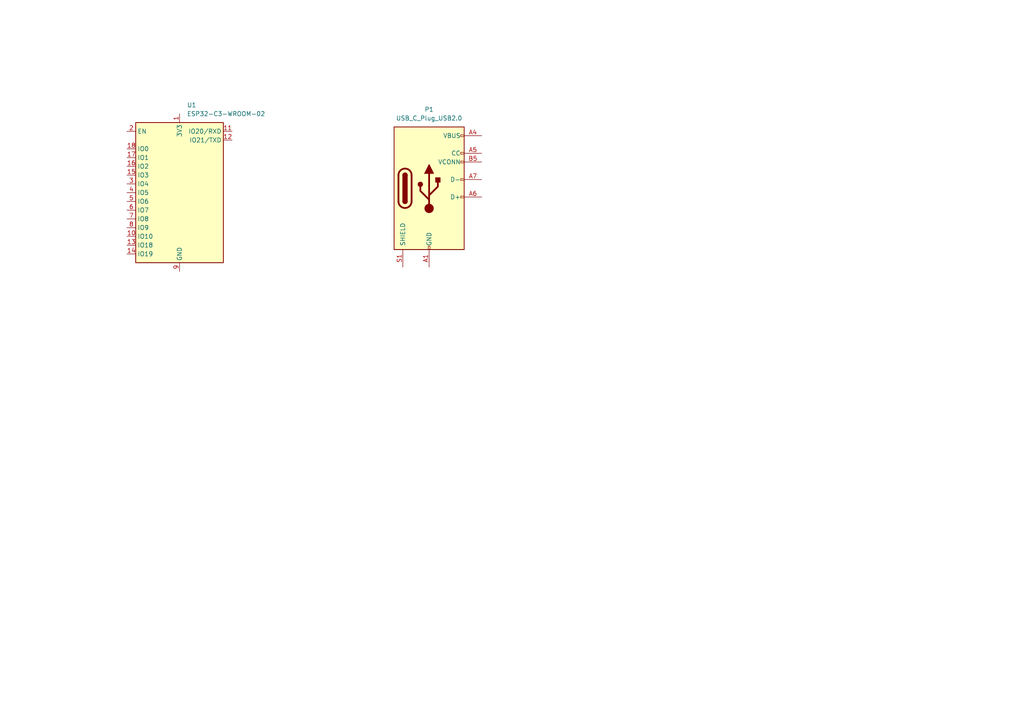
<source format=kicad_sch>
(kicad_sch (version 20250114) (generator "eeschema") (generator_version "9.0")
  (paper "A4")
  (title_block (title "Time2Love PCB") (date "2025-12-16") (rev "0.0.1"))
  (lib_symbols
    (symbol "Connector:USB_C_Plug_USB2.0" (pin_names (offset 1.016))
      (property "Reference" "P" (at -10.16 19.05 0))
      (property "Value" "USB_C_Plug_USB2.0" (at 12.7 19.05 0))
      (symbol "USB_C_Plug_USB2.0_0_0"
        (rectangle (start -0.254 -17.78) (end 0.254 -16.764))
        (rectangle (start 10.16 15.494) (end 9.144 14.986))
        (rectangle (start 10.16 10.414) (end 9.144 9.906))
        (rectangle (start 10.16 7.874) (end 9.144 7.366))
        (rectangle (start 10.16 2.794) (end 9.144 2.286))
        (rectangle (start 10.16 -2.286) (end 9.144 -2.794))
      )
      (symbol "USB_C_Plug_USB2.0_0_1"
        (rectangle (start -10.16 17.78) (end 10.16 -17.78) (stroke (width 0.254)) (fill (type background)))
        (polyline (pts (xy -8.89 -3.81) (xy -8.89 3.81)) (stroke (width 0.508)))
        (rectangle (start -7.62 -3.81) (end -6.35 3.81) (stroke (width 0.254)) (fill (type outline)))
        (arc (start -7.62 3.81) (mid -6.985 4.4423) (end -6.35 3.81) (stroke (width 0.254)))
        (arc (start -7.62 3.81) (mid -6.985 4.4423) (end -6.35 3.81) (stroke (width 0.254)) (fill (type outline)))
        (arc (start -8.89 3.81) (mid -6.985 5.7067) (end -5.08 3.81) (stroke (width 0.508)))
        (arc (start -5.08 -3.81) (mid -6.985 -5.7067) (end -8.89 -3.81) (stroke (width 0.508)))
        (arc (start -6.35 -3.81) (mid -6.985 -4.4423) (end -7.62 -3.81) (stroke (width 0.254)))
        (arc (start -6.35 -3.81) (mid -6.985 -4.4423) (end -7.62 -3.81) (stroke (width 0.254)) (fill (type outline)))
        (polyline (pts (xy -5.08 3.81) (xy -5.08 -3.81)) (stroke (width 0.508)))
        (circle (center -2.54 1.143) (radius 0.635) (stroke (width 0.254)) (fill (type outline)))
        (polyline (pts (xy -1.27 4.318) (xy 0 6.858) (xy 1.27 4.318) (xy -1.27 4.318)) (stroke (width 0.254)) (fill (type outline)))
        (polyline (pts (xy 0 -2.032) (xy 2.54 0.508) (xy 2.54 1.778)) (stroke (width 0.508)))
        (polyline (pts (xy 0 -3.302) (xy -2.54 -0.762) (xy -2.54 0.508)) (stroke (width 0.508)))
        (polyline (pts (xy 0 -5.842) (xy 0 4.318)) (stroke (width 0.508)))
        (circle (center 0 -5.842) (radius 1.27) (fill (type outline)))
        (rectangle (start 1.905 1.778) (end 3.175 3.048) (stroke (width 0.254)) (fill (type outline)))
      )
      (symbol "USB_C_Plug_USB2.0_1_1"
        (pin passive line (at -7.62 -22.86 90) (length 5.08) (name "SHIELD") (number "S1"))
        (pin passive line (at 0 -22.86 90) (length 5.08) (name "GND") (number "A1"))
        (pin passive line (at 0 -22.86 90) (length 5.08) (hide yes) (name "GND") (number "A12"))
        (pin passive line (at 0 -22.86 90) (length 5.08) (hide yes) (name "GND") (number "B1"))
        (pin passive line (at 0 -22.86 90) (length 5.08) (hide yes) (name "GND") (number "B12"))
        (pin passive line (at 15.24 15.24 180) (length 5.08) (name "VBUS") (number "A4"))
        (pin passive line (at 15.24 15.24 180) (length 5.08) (hide yes) (name "VBUS") (number "A9"))
        (pin passive line (at 15.24 15.24 180) (length 5.08) (hide yes) (name "VBUS") (number "B4"))
        (pin passive line (at 15.24 15.24 180) (length 5.08) (hide yes) (name "VBUS") (number "B9"))
        (pin bidirectional line (at 15.24 10.16 180) (length 5.08) (name "CC") (number "A5"))
        (pin bidirectional line (at 15.24 7.62 180) (length 5.08) (name "VCONN") (number "B5"))
        (pin bidirectional line (at 15.24 2.54 180) (length 5.08) (name "D-") (number "A7"))
        (pin bidirectional line (at 15.24 -2.54 180) (length 5.08) (name "D+") (number "A6"))
      )
    )
    (symbol "RF_Module:ESP32-C3-WROOM-02"
      (property "Reference" "U" (at -12.192 21.336 0))
      (property "Value" "ESP32-C3-WROOM-02" (at 12.192 21.336 0))
      (symbol "ESP32-C3-WROOM-02_1_1"
        (rectangle (start -12.7 20.32) (end 12.7 -20.32) (stroke (width 0.254)) (fill (type background)))
        (pin input line (at -15.24 17.78 0) (length 2.54) (name "EN") (number "2"))
        (pin bidirectional line (at -15.24 12.7 0) (length 2.54) (name "IO0") (number "18"))
        (pin bidirectional line (at -15.24 10.16 0) (length 2.54) (name "IO1") (number "17"))
        (pin bidirectional line (at -15.24 7.62 0) (length 2.54) (name "IO2") (number "16"))
        (pin bidirectional line (at -15.24 5.08 0) (length 2.54) (name "IO3") (number "15"))
        (pin bidirectional line (at -15.24 2.54 0) (length 2.54) (name "IO4") (number "3"))
        (pin bidirectional line (at -15.24 0 0) (length 2.54) (name "IO5") (number "4"))
        (pin bidirectional line (at -15.24 -2.54 0) (length 2.54) (name "IO6") (number "5"))
        (pin bidirectional line (at -15.24 -5.08 0) (length 2.54) (name "IO7") (number "6"))
        (pin bidirectional line (at -15.24 -7.62 0) (length 2.54) (name "IO8") (number "7"))
        (pin bidirectional line (at -15.24 -10.16 0) (length 2.54) (name "IO9") (number "8"))
        (pin bidirectional line (at -15.24 -12.7 0) (length 2.54) (name "IO10") (number "10"))
        (pin bidirectional line (at -15.24 -15.24 0) (length 2.54) (name "IO18") (number "13"))
        (pin bidirectional line (at -15.24 -17.78 0) (length 2.54) (name "IO19") (number "14"))
        (pin power_in line (at 0 22.86 270) (length 2.54) (name "3V3") (number "1"))
        (pin passive line (at 0 -22.86 90) (length 2.54) (hide yes) (name "GND") (number "19"))
        (pin power_in line (at 0 -22.86 90) (length 2.54) (name "GND") (number "9"))
        (pin bidirectional line (at 15.24 17.78 180) (length 2.54) (name "IO20/RXD") (number "11"))
        (pin bidirectional line (at 15.24 15.24 180) (length 2.54) (name "IO21/TXD") (number "12"))
      )
    )
  )
  (symbol (lib_id "Connector:USB_C_Plug_USB2.0") (at 124.46 54.61 0) (unit 1)
    (property "Reference" "P1" (at 124.46 31.75 0))
    (property "Value" "USB_C_Plug_USB2.0" (at 124.46 34.29 0))
    (property "Datasheet" "https://www.usb.org/sites/default/files/documents/usb_type-c.zip" (effects (hide yes)))
    (property "Description" "USB 2.0-only Type-C Plug connector" (effects (hide yes)))
  )
  (symbol (lib_id "RF_Module:ESP32-C3-WROOM-02") (at 52.07 55.88 0) (unit 1)
    (property "Reference" "U1" (at 54.2133 30.48 0) (effects (justify left)))
    (property "Value" "ESP32-C3-WROOM-02" (at 54.2133 33.02 0) (effects (justify left)))
    (property "Footprint" "RF_Module:ESP32-C3-WROOM-02" (effects (hide yes)))
    (property "Datasheet" "https://www.espressif.com/sites/default/files/documentation/esp32-c3-wroom-02_datasheet_en.pdf" (effects (hide yes)))
    (property "Description" "802.11 b/g/n Wi­Fi and Bluetooth 5 module, ESP32­C3 SoC, RISC­V microprocessor, On-board antenna" (effects (hide yes)))
  )
)
</source>
